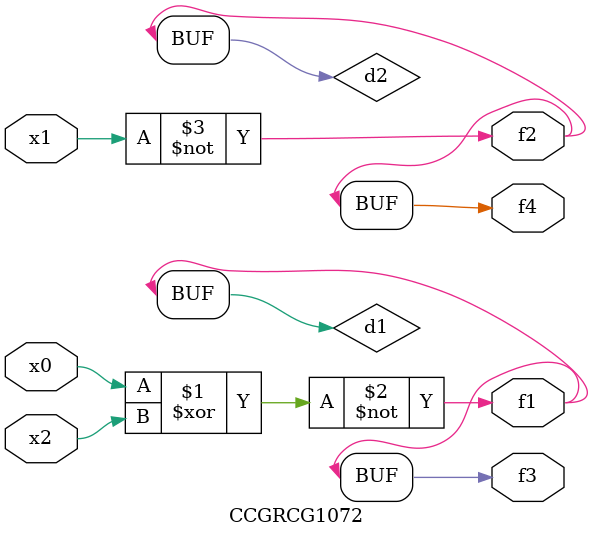
<source format=v>
module CCGRCG1072(
	input x0, x1, x2,
	output f1, f2, f3, f4
);

	wire d1, d2, d3;

	xnor (d1, x0, x2);
	nand (d2, x1);
	nor (d3, x1, x2);
	assign f1 = d1;
	assign f2 = d2;
	assign f3 = d1;
	assign f4 = d2;
endmodule

</source>
